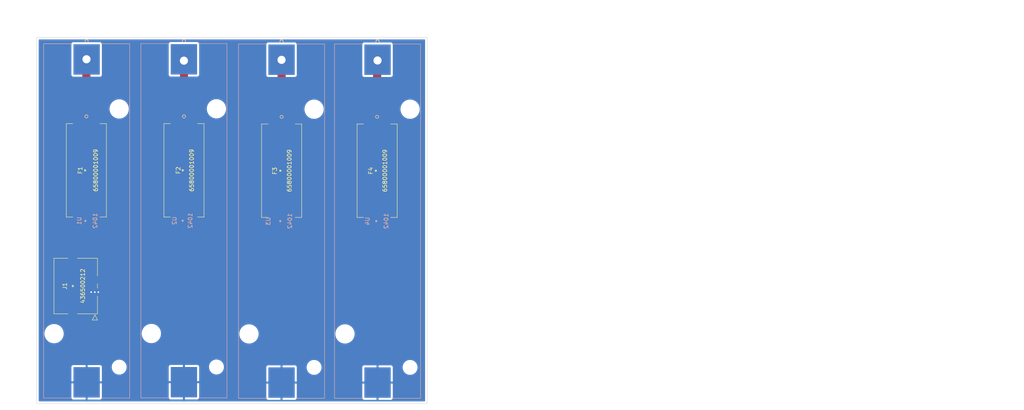
<source format=kicad_pcb>
(kicad_pcb (version 20211014) (generator pcbnew)
  (layers (0 "F.Cu" signal) (31 "B.Cu" signal) (34 "B.Paste" user) (35 "F.Paste" user) (36 "B.SilkS" user "B.Silkscreen") (37 "F.SilkS" user "F.Silkscreen") (38 "B.Mask" user) (39 "F.Mask" user) (44 "Edge.Cuts" user))
  (net 0 "")
  (net 1 "Net-(F1-Pad1)")
  (net 2 "Net-(F1-Pad2)")
  (net 3 "Net-(F2-Pad1)")
  (net 4 "Net-(F3-Pad1)")
  (net 5 "GND")
  (net 6 "Net-(F4-Pad1)")
  (footprint "Fuse holder:65800001009" (layer "F.Cu") (at 83.517 54.60685 -90)
    (fp_text reference "F3" (at 0.06 1.68 90) (layer "F.SilkS"))
    (fp_text value "65800001009" (at 0 -1.92 90) (layer "F.SilkS"))
    (fp_text user "*" (at 0 0 90) (layer "F.SilkS"))
    (fp_circle (center -13.2588 0) (end -12.8778 0) (layer "B.SilkS") (width 0.12) (fill none))
    (fp_line (start 11.4808 -3.32994) (end 11.4808 -4.9276) (layer "F.SilkS") (width 0.12))
    (fp_line (start -11.4808 3.32994) (end -11.4808 4.9276) (layer "F.SilkS") (width 0.12))
    (fp_line (start 11.4808 -4.9276) (end -11.4808 -4.9276) (layer "F.SilkS") (width 0.12))
    (fp_line (start 11.4808 4.9276) (end 11.4808 3.32994) (layer "F.SilkS") (width 0.12))
    (fp_line (start -11.4808 4.9276) (end 11.4808 4.9276) (layer "F.SilkS") (width 0.12))
    (fp_line (start -11.4808 -4.9276) (end -11.4808 -3.32994) (layer "F.SilkS") (width 0.12))
    (fp_circle (center -13.2588 0) (end -12.8778 0) (layer "F.SilkS") (width 0.12) (fill none))
    (pad "1" smd rect (at -8.4963 0 270) (size 5.9944 5.9944) (layers "F.Cu" "F.Paste" "F.Mask") (net 4 "Net-(F3-Pad1)"))
    (pad "2" smd rect (at 8.4963 0 270) (size 5.9944 5.9944) (layers "F.Cu" "F.Paste" "F.Mask") (net 2 "Net-(F1-Pad2)"))
  )
  (footprint "Fuse holder:65800001009" (layer "F.Cu") (at 59.517 54.50685 -90)
    (fp_text reference "F2" (at 0 1.4 90) (layer "F.SilkS"))
    (fp_text value "65800001009" (at 0 -1.9 90) (layer "F.SilkS"))
    (fp_text user "*" (at 0 0 90) (layer "F.SilkS"))
    (fp_circle (center -13.2588 0) (end -12.8778 0) (layer "B.SilkS") (width 0.12) (fill none))
    (fp_line (start 11.4808 -4.9276) (end -11.4808 -4.9276) (layer "F.SilkS") (width 0.12))
    (fp_line (start 11.4808 4.9276) (end 11.4808 3.32994) (layer "F.SilkS") (width 0.12))
    (fp_line (start -11.4808 -4.9276) (end -11.4808 -3.32994) (layer "F.SilkS") (width 0.12))
    (fp_line (start 11.4808 -3.32994) (end 11.4808 -4.9276) (layer "F.SilkS") (width 0.12))
    (fp_line (start -11.4808 4.9276) (end 11.4808 4.9276) (layer "F.SilkS") (width 0.12))
    (fp_line (start -11.4808 3.32994) (end -11.4808 4.9276) (layer "F.SilkS") (width 0.12))
    (fp_circle (center -13.2588 0) (end -12.8778 0) (layer "F.SilkS") (width 0.12) (fill none))
    (pad "1" smd rect (at -8.4963 0 270) (size 5.9944 5.9944) (layers "F.Cu" "F.Paste" "F.Mask") (net 3 "Net-(F2-Pad1)"))
    (pad "2" smd rect (at 8.4963 0 270) (size 5.9944 5.9944) (layers "F.Cu" "F.Paste" "F.Mask") (net 2 "Net-(F1-Pad2)"))
  )
  (footprint "Fuse holder:65800001009" (layer "F.Cu") (at 35.517 54.50685 -90)
    (fp_text reference "F1" (at 0 1.5 90) (layer "F.SilkS"))
    (fp_text value "65800001009" (at 0 -2.3 90) (layer "F.SilkS"))
    (fp_text user "*" (at 0 0 90) (layer "F.SilkS"))
    (fp_circle (center -13.2588 0) (end -12.8778 0) (layer "B.SilkS") (width 0.12) (fill none))
    (fp_line (start 11.4808 -4.9276) (end -11.4808 -4.9276) (layer "F.SilkS") (width 0.12))
    (fp_line (start 11.4808 4.9276) (end 11.4808 3.32994) (layer "F.SilkS") (width 0.12))
    (fp_line (start -11.4808 3.32994) (end -11.4808 4.9276) (layer "F.SilkS") (width 0.12))
    (fp_line (start 11.4808 -3.32994) (end 11.4808 -4.9276) (layer "F.SilkS") (width 0.12))
    (fp_line (start -11.4808 4.9276) (end 11.4808 4.9276) (layer "F.SilkS") (width 0.12))
    (fp_line (start -11.4808 -4.9276) (end -11.4808 -3.32994) (layer "F.SilkS") (width 0.12))
    (fp_circle (center -13.2588 0) (end -12.8778 0) (layer "F.SilkS") (width 0.12) (fill none))
    (pad "1" smd rect (at -8.4963 0 270) (size 5.9944 5.9944) (layers "F.Cu" "F.Paste" "F.Mask") (net 1 "Net-(F1-Pad1)"))
    (pad "2" smd rect (at 8.4963 0 270) (size 5.9944 5.9944) (layers "F.Cu" "F.Paste" "F.Mask") (net 2 "Net-(F1-Pad2)"))
  )
  (footprint "Fuse holder:65800001009" (layer "F.Cu") (at 107 54.6037 -90)
    (fp_text reference "F4" (at 0 1.58 90) (layer "F.SilkS"))
    (fp_text value "65800001009" (at 0 -1.92 90) (layer "F.SilkS"))
    (fp_text user "*" (at 0 0 90) (layer "F.SilkS"))
    (fp_circle (center -13.2588 0) (end -12.8778 0) (layer "B.SilkS") (width 0.12) (fill none))
    (fp_line (start -11.4808 4.9276) (end 11.4808 4.9276) (layer "F.SilkS") (width 0.12))
    (fp_line (start 11.4808 -3.32994) (end 11.4808 -4.9276) (layer "F.SilkS") (width 0.12))
    (fp_line (start 11.4808 -4.9276) (end -11.4808 -4.9276) (layer "F.SilkS") (width 0.12))
    (fp_line (start -11.4808 -4.9276) (end -11.4808 -3.32994) (layer "F.SilkS") (width 0.12))
    (fp_line (start 11.4808 4.9276) (end 11.4808 3.32994) (layer "F.SilkS") (width 0.12))
    (fp_line (start -11.4808 3.32994) (end -11.4808 4.9276) (layer "F.SilkS") (width 0.12))
    (fp_circle (center -13.2588 0) (end -12.8778 0) (layer "F.SilkS") (width 0.12) (fill none))
    (pad "1" smd rect (at -8.4963 0 270) (size 5.9944 5.9944) (layers "F.Cu" "F.Paste" "F.Mask") (net 6 "Net-(F4-Pad1)"))
    (pad "2" smd rect (at 8.4963 0 270) (size 5.9944 5.9944) (layers "F.Cu" "F.Paste" "F.Mask") (net 2 "Net-(F1-Pad2)"))
  )
  (footprint "Connecter:436500212" (layer "F.Cu") (at 32.5 82.955499 -90)
    (fp_text reference "J1" (at 0 2.260599 90) (layer "F.SilkS"))
    (fp_text value "436500212" (at 0 -2.139401 90) (layer "F.SilkS"))
    (fp_text user "*" (at 0 0 90) (layer "F.SilkS"))
    (fp_line (start 6.824987 -0.795028) (end 6.824987 -5.750001) (layer "F.SilkS") (width 0.12))
    (fp_line (start -2.45504 -5.750001) (end -6.824985 -5.750001) (layer "F.SilkS") (width 0.12))
    (fp_line (start 6.824987 -5.750001) (end 2.45504 -5.750001) (layer "F.SilkS") (width 0.12))
    (fp_line (start 0.54496 -5.750001) (end -0.54496 -5.750001) (layer "F.SilkS") (width 0.12))
    (fp_line (start 8.348987 -5.755) (end 8.348987 -4.485) (layer "F.SilkS") (width 0.12))
    (fp_line (start 6.824987 4.95) (end 6.824987 1.495052) (layer "F.SilkS") (width 0.12))
    (fp_line (start -6.824985 -5.750001) (end -6.824985 -0.795028) (layer "F.SilkS") (width 0.12))
    (fp_line (start -6.824985 4.95) (end 6.824987 4.95) (layer "F.SilkS") (width 0.12))
    (fp_line (start 7.078987 -5.12) (end 8.348987 -5.755) (layer "F.SilkS") (width 0.12))
    (fp_line (start 8.348987 -4.485) (end 7.078987 -5.12) (layer "F.SilkS") (width 0.12))
    (fp_line (start -6.824985 1.495052) (end -6.824985 4.95) (layer "F.SilkS") (width 0.12))
    (pad "1" smd rect (at 1.5 -5.12 270) (size 1.27 2.919999) (layers "F.Cu" "F.Paste" "F.Mask") (net 5 "GND"))
    (pad "2" smd rect (at -1.5 -5.12 270) (size 1.27 2.919999) (layers "F.Cu" "F.Paste" "F.Mask") (net 2 "Net-(F1-Pad2)"))
    (pad "P1" smd rect (at 5.385006 0.350012 270) (size 3.430001 1.65) (layers "F.Cu" "F.Paste" "F.Mask"))
    (pad "P2" smd rect (at -5.385006 0.350012 270) (size 3.430001 1.65) (layers "F.Cu" "F.Paste" "F.Mask"))
  )
  (footprint "Battery holder:1042" (layer "B.Cu") (at 83.5 67 -90)
    (fp_text reference "U3" (at 0 3.2515 90) (layer "B.SilkS") (effects (justify mirror)))
    (fp_text value "1042" (at 0 -2.0485 90) (layer "B.SilkS") (effects (justify mirror)))
    (fp_text user "*" (at 0 0 90) (layer "B.SilkS") (effects (justify mirror)))
    (fp_line (start -43.5483 -10.5791) (end 43.5483 -10.5791) (layer "B.SilkS") (width 0.12))
    (fp_line (start 43.5483 -10.5791) (end 43.5483 -3.54605) (layer "B.SilkS") (width 0.12))
    (fp_line (start -43.5483 -3.54605) (end -43.5483 -10.5791) (layer "B.SilkS") (width 0.12))
    (fp_line (start 43.5483 10.5791) (end -43.5483 10.5791) (layer "B.SilkS") (width 0.12))
    (fp_line (start -43.5483 10.5791) (end -43.5483 3.54605) (layer "B.SilkS") (width 0.12))
    (fp_line (start 43.5483 3.54605) (end 43.5483 10.5791) (layer "B.SilkS") (width 0.12))
    (fp_arc (start -43.93184 0.286232) (mid -44.5643 0) (end -43.93184 -0.286232) (layer "B.SilkS") (width 0.12))
    (fp_circle (center -44.1833 0) (end -43.8023 0) (layer "F.SilkS") (width 0.12) (fill none))
    (pad "" np_thru_hole circle (at -27.5209 -8.001 270) (size 3.7084 3.7084) (drill 3.7084) (layers *.Cu *.Mask))
    (pad "" np_thru_hole circle (at 27.7241 8.001 270) (size 3.7084 3.7084) (drill 3.7084) (layers *.Cu *.Mask))
    (pad "" np_thru_hole circle (at 35.9537 -8.001 270) (size 2.6416 2.6416) (drill 2.6416) (layers *.Cu *.Mask))
    (pad "1" smd rect (at -39.6875 0 270) (size 7.4676 6.477) (layers "B.Cu" "B.Paste" "B.Mask") (net 4 "Net-(F3-Pad1)"))
    (pad "2" smd rect (at 39.6875 0 270) (size 7.4676 6.477) (layers "B.Cu" "B.Paste" "B.Mask") (net 5 "GND"))
  )
  (footprint "Battery holder:1042" (layer "B.Cu") (at 107.1 67 -90)
    (fp_text reference "U4" (at 0 2.4715 90) (layer "B.SilkS") (effects (justify mirror)))
    (fp_text value "1042" (at 0 -2.1285 90) (layer "B.SilkS") (effects (justify mirror)))
    (fp_text user "*" (at 0 0 90) (layer "B.SilkS") (effects (justify mirror)))
    (fp_line (start 43.5483 3.54605) (end 43.5483 10.5791) (layer "B.SilkS") (width 0.12))
    (fp_line (start 43.5483 -10.5791) (end 43.5483 -3.54605) (layer "B.SilkS") (width 0.12))
    (fp_line (start 43.5483 10.5791) (end -43.5483 10.5791) (layer "B.SilkS") (width 0.12))
    (fp_line (start -43.5483 10.5791) (end -43.5483 3.54605) (layer "B.SilkS") (width 0.12))
    (fp_line (start -43.5483 -3.54605) (end -43.5483 -10.5791) (layer "B.SilkS") (width 0.12))
    (fp_line (start -43.5483 -10.5791) (end 43.5483 -10.5791) (layer "B.SilkS") (width 0.12))
    (fp_arc (start -43.93184 0.286232) (mid -44.5643 0) (end -43.93184 -0.286232) (layer "B.SilkS") (width 0.12))
    (fp_circle (center -44.1833 0) (end -43.8023 0) (layer "F.SilkS") (width 0.12) (fill none))
    (pad "" np_thru_hole circle (at 27.7241 8.001 270) (size 3.7084 3.7084) (drill 3.7084) (layers *.Cu *.Mask))
    (pad "" np_thru_hole circle (at -27.5209 -8.001 270) (size 3.7084 3.7084) (drill 3.7084) (layers *.Cu *.Mask))
    (pad "" np_thru_hole circle (at 35.9537 -8.001 270) (size 2.6416 2.6416) (drill 2.6416) (layers *.Cu *.Mask))
    (pad "1" smd rect (at -39.6875 0 270) (size 7.4676 6.477) (layers "B.Cu" "B.Paste" "B.Mask") (net 6 "Net-(F4-Pad1)"))
    (pad "2" smd rect (at 39.6875 0 270) (size 7.4676 6.477) (layers "B.Cu" "B.Paste" "B.Mask") (net 5 "GND"))
  )
  (footprint "Battery holder:1042" (layer "B.Cu") (at 35.583 66.937 -90)
    (fp_text reference "U1" (at 0 1.8 90) (layer "B.SilkS") (effects (justify mirror)))
    (fp_text value "1042" (at 0 -2.1 90) (layer "B.SilkS") (effects (justify mirror)))
    (fp_text user "*" (at 0 0 90) (layer "B.SilkS") (effects (justify mirror)))
    (fp_line (start 43.5483 10.5791) (end -43.5483 10.5791) (layer "B.SilkS") (width 0.12))
    (fp_line (start -43.5483 -3.54605) (end -43.5483 -10.5791) (layer "B.SilkS") (width 0.12))
    (fp_line (start 43.5483 3.54605) (end 43.5483 10.5791) (layer "B.SilkS") (width 0.12))
    (fp_line (start -43.5483 10.5791) (end -43.5483 3.54605) (layer "B.SilkS") (width 0.12))
    (fp_line (start -43.5483 -10.5791) (end 43.5483 -10.5791) (layer "B.SilkS") (width 0.12))
    (fp_line (start 43.5483 -10.5791) (end 43.5483 -3.54605) (layer "B.SilkS") (width 0.12))
    (fp_arc (start -43.93184 0.286232) (mid -44.5643 0) (end -43.93184 -0.286232) (layer "B.SilkS") (width 0.12))
    (fp_circle (center -44.1833 0) (end -43.8023 0) (layer "F.SilkS") (width 0.12) (fill none))
    (pad "" np_thru_hole circle (at 35.9537 -8.001 270) (size 2.6416 2.6416) (drill 2.6416) (layers *.Cu *.Mask))
    (pad "" np_thru_hole circle (at -27.5209 -8.001 270) (size 3.7084 3.7084) (drill 3.7084) (layers *.Cu *.Mask))
    (pad "" np_thru_hole circle (at 27.7241 8.001 270) (size 3.7084 3.7084) (drill 3.7084) (layers *.Cu *.Mask))
    (pad "1" smd rect (at -39.6875 0 270) (size 7.4676 6.477) (layers "B.Cu" "B.Paste" "B.Mask") (net 1 "Net-(F1-Pad1)"))
    (pad "2" smd rect (at 39.6875 0 270) (size 7.4676 6.477) (layers "B.Cu" "B.Paste" "B.Mask") (net 5 "GND"))
  )
  (footprint "Battery holder:1042" (layer "B.Cu") (at 59.5 66.9 -90)
    (fp_text reference "U2" (at 0 2.3315 90) (layer "B.SilkS") (effects (justify mirror)))
    (fp_text value "1042" (at 0 -1.5685 90) (layer "B.SilkS") (effects (justify mirror)))
    (fp_text user "*" (at 0 0 90) (layer "B.SilkS") (effects (justify mirror)))
    (fp_line (start -43.5483 -3.54605) (end -43.5483 -10.5791) (layer "B.SilkS") (width 0.12))
    (fp_line (start -43.5483 -10.5791) (end 43.5483 -10.5791) (layer "B.SilkS") (width 0.12))
    (fp_line (start 43.5483 -10.5791) (end 43.5483 -3.54605) (layer "B.SilkS") (width 0.12))
    (fp_line (start 43.5483 10.5791) (end -43.5483 10.5791) (layer "B.SilkS") (width 0.12))
    (fp_line (start 43.5483 3.54605) (end 43.5483 10.5791) (layer "B.SilkS") (width 0.12))
    (fp_line (start -43.5483 10.5791) (end -43.5483 3.54605) (layer "B.SilkS") (width 0.12))
    (fp_arc (start -43.93184 0.286232) (mid -44.5643 0) (end -43.93184 -0.286232) (layer "B.SilkS") (width 0.12))
    (fp_circle (center -44.1833 0) (end -43.8023 0) (layer "F.SilkS") (width 0.12) (fill none))
    (pad "" np_thru_hole circle (at -27.5209 -8.001 270) (size 3.7084 3.7084) (drill 3.7084) (layers *.Cu *.Mask))
    (pad "" np_thru_hole circle (at 27.7241 8.001 270) (size 3.7084 3.7084) (drill 3.7084) (layers *.Cu *.Mask))
    (pad "" np_thru_hole circle (at 35.9537 -8.001 270) (size 2.6416 2.6416) (drill 2.6416) (layers *.Cu *.Mask))
    (pad "1" smd rect (at -39.6875 0 270) (size 7.4676 6.477) (layers "B.Cu" "B.Paste" "B.Mask") (net 3 "Net-(F2-Pad1)"))
    (pad "2" smd rect (at 39.6875 0 270) (size 7.4676 6.477) (layers "B.Cu" "B.Paste" "B.Mask") (net 5 "GND"))
  )
  (gr_rect (start 23.29 21.82) (end 119.29 111.82) (layer "Edge.Cuts") (width 0.1) (fill none))
  (segment (start 35.55 27.2) (end 35.517 27.233) (width 0.25) (layer "F.Cu") (net 1))
  (segment (start 35.517 27.233) (end 35.517 46.01055) (width 2) (layer "F.Cu") (net 1))
  (via (at 35.55 27.2) (size 3) (drill 2) (layers "F.Cu" "B.Cu") (net 1))
  (segment (start 41.15 72.7) (end 41.15 79) (width 3.75) (layer "F.Cu") (net 2))
  (segment (start 35.517 63.00315) (end 35.517 67.067) (width 3.75) (layer "F.Cu") (net 2))
  (segment (start 41.15 79) (end 38.694501 81.455499) (width 3.75) (layer "F.Cu") (net 2))
  (segment (start 35.517 67.067) (end 41.15 72.7) (width 3.75) (layer "F.Cu") (net 2))
  (segment (start 38.694501 81.455499) (end 37.62 81.455499) (width 3.75) (layer "F.Cu") (net 2))
  (segment (start 107 63.1) (end 35.61385 63.1) (width 3.75) (layer "F.Cu") (net 2))
  (segment (start 35.61385 63.1) (end 35.517 63.00315) (width 0.25) (layer "F.Cu") (net 2))
  (segment (start 59.517 27.567) (end 59.517 46.01055) (width 2) (layer "F.Cu") (net 3))
  (segment (start 59.5 27.55) (end 59.517 27.567) (width 0.25) (layer "F.Cu") (net 3))
  (via (at 59.5 27.55) (size 3) (drill 2) (layers "F.Cu" "B.Cu") (net 3))
  (segment (start 83.517 27.367) (end 83.517 46.11055) (width 2) (layer "F.Cu") (net 4))
  (segment (start 83.5 27.35) (end 83.517 27.367) (width 0.25) (layer "F.Cu") (net 4))
  (via (at 83.5 27.35) (size 3) (drill 2) (layers "F.Cu" "B.Cu") (net 4))
  (via (at 37.6 84.45) (size 0.8) (drill 0.4) (layers "F.Cu" "B.Cu") (net 5))
  (via (at 38.45 84.45) (size 0.8) (drill 0.4) (layers "F.Cu" "B.Cu") (net 5))
  (via (at 36.7 84.45) (size 0.8) (drill 0.4) (layers "F.Cu" "B.Cu") (net 5))
  (segment (start 107.1 27.5) (end 107 27.6) (width 0.25) (layer "F.Cu") (net 6))
  (segment (start 107 27.6) (end 107 46.1074) (width 2) (layer "F.Cu") (net 6))
  (via (at 107.1 27.5) (size 3) (drill 2) (layers "F.Cu" "B.Cu") (net 6))
  (zone (net 5) (net_name "GND") (layer "B.Cu") (connect_pads (clearance 0.508)) (min_thickness 0.254) (fill yes (thermal_gap 0.508) (thermal_bridge_width 0.508))
    (polygon (pts (xy 119.3 21.9) (xy 119.6 111.7) (xy 23.3 112.1) (xy 23.3 21.8)))
  )
)
</source>
